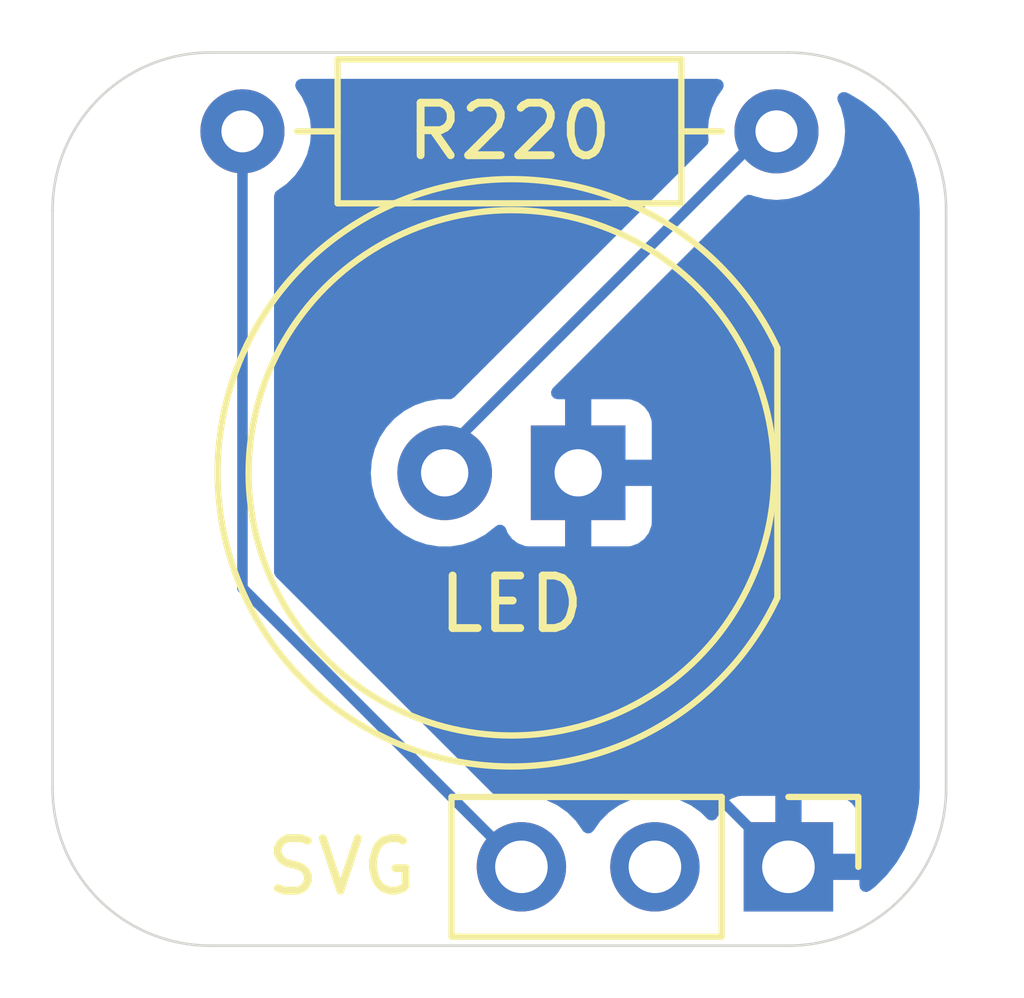
<source format=kicad_pcb>
(kicad_pcb (version 20240108) (generator "pcbnew") (generator_version "8.0")
  (layers (0 "F.Cu" signal) (31 "B.Cu" signal) (34 "B.Paste" user) (35 "F.Paste" user) (36 "B.SilkS" user "B.Silkscreen") (37 "F.SilkS" user "F.Silkscreen") (38 "B.Mask" user) (39 "F.Mask" user) (44 "Edge.Cuts" user))
  (net 0 "")
  (net 1 "/GND")
  (net 2 "/LED")
  (net 4 "/SIGNAL")
  (footprint "Resistor_THT:R_Axial_DIN0207_L6.3mm_D2.5mm_P10.16mm_Horizontal" (layer "F.Cu") (at 110.772733 48.5 180)
    (property "Reference" "R220" (at 5.08 0 180) (layer "F.SilkS"))
    (property "Value" "220")
    (fp_line (start 9.12 0) (end 8.35 0) (stroke (width 0.12)) (layer "F.SilkS"))
    (fp_line (start 8.35 1.37) (end 8.35 -1.37) (stroke (width 0.12)) (layer "F.SilkS"))
    (fp_line (start 8.35 -1.37) (end 1.81 -1.37) (stroke (width 0.12)) (layer "F.SilkS"))
    (fp_line (start 1.81 1.37) (end 8.35 1.37) (stroke (width 0.12)) (layer "F.SilkS"))
    (fp_line (start 1.81 -1.37) (end 1.81 1.37) (stroke (width 0.12)) (layer "F.SilkS"))
    (fp_line (start 1.04 0) (end 1.81 0) (stroke (width 0.12)) (layer "F.SilkS"))
    (pad "1" thru_hole circle (at 0 0 180) (size 1.6 1.6) (drill 0.8) (layers "*.Cu" "*.Mask") (net 2 "/LED"))
    (pad "2" thru_hole oval (at 10.16 0 180) (size 1.6 1.6) (drill 0.8) (layers "*.Cu" "*.Mask") (net 4 "/SIGNAL"))
  )
  (footprint "LED_THT:LED_D10.0mm" (layer "F.Cu") (at 107 55 180)
    (property "Reference" "LED" (at 1.27 -2.5 180) (layer "F.SilkS"))
    (property "Value" "LED")
    (fp_line (start -3.79 -2.376) (end -3.79 2.376) (stroke (width 0.12)) (layer "F.SilkS"))
    (fp_arc (start 6.859998 0.004741) (mid 2.484794 5.456407) (end -3.79 2.375816) (stroke (width 0.12)) (layer "F.SilkS"))
    (fp_arc (start -3.79 -2.375816) (mid 2.484794 -5.456407) (end 6.859998 -0.004741) (stroke (width 0.12)) (layer "F.SilkS"))
    (fp_circle (center 1.27 0) (end 6.27 0) (stroke (width 0.12)) (fill none) (layer "F.SilkS"))
    (pad "1" thru_hole rect (at 0 0 180) (size 1.8 1.8) (drill 0.9) (layers "*.Cu" "*.Mask") (net 1 "/GND"))
    (pad "2" thru_hole circle (at 2.54 0 180) (size 1.8 1.8) (drill 0.9) (layers "*.Cu" "*.Mask") (net 2 "/LED"))
  )
  (footprint "Connector_PinHeader_2.54mm:PinHeader_1x03_P2.54mm_Vertical" (layer "F.Cu") (at 111 62.5 -90)
    (property "Reference" "SVG" (at 0 8.5 0) (layer "F.SilkS"))
    (property "Value" "Conn_01x03_Pin")
    (fp_line (start -1.33 6.41) (end 1.33 6.41) (stroke (width 0.12)) (layer "F.SilkS"))
    (fp_line (start -1.33 1.27) (end -1.33 6.41) (stroke (width 0.12)) (layer "F.SilkS"))
    (fp_line (start -1.33 1.27) (end 1.33 1.27) (stroke (width 0.12)) (layer "F.SilkS"))
    (fp_line (start 1.33 1.27) (end 1.33 6.41) (stroke (width 0.12)) (layer "F.SilkS"))
    (fp_line (start -1.33 0) (end -1.33 -1.33) (stroke (width 0.12)) (layer "F.SilkS"))
    (fp_line (start -1.33 -1.33) (end 0 -1.33) (stroke (width 0.12)) (layer "F.SilkS"))
    (pad "1" thru_hole rect (at 0 0 270) (size 1.7 1.7) (drill 1) (layers "*.Cu" "*.Mask") (net 1 "/GND"))
    (pad "2" thru_hole oval (at 0 2.54 270) (size 1.7 1.7) (drill 1) (layers "*.Cu" "*.Mask"))
    (pad "3" thru_hole oval (at 0 5.08 270) (size 1.7 1.7) (drill 1) (layers "*.Cu" "*.Mask") (net 4 "/SIGNAL"))
  )
  (gr_arc (start 100 64) (mid 97.87868 63.12132) (end 97 61) (stroke (width 0.05)) (layer "Edge.Cuts"))
  (gr_line (start 100 47) (end 111 47) (stroke (width 0.05)) (layer "Edge.Cuts"))
  (gr_line (start 114 50) (end 114 61) (stroke (width 0.05)) (layer "Edge.Cuts"))
  (gr_arc (start 97 50) (mid 97.87868 47.87868) (end 100 47) (stroke (width 0.05)) (layer "Edge.Cuts"))
  (gr_arc (start 111 47) (mid 113.12132 47.87868) (end 114 50) (stroke (width 0.05)) (layer "Edge.Cuts"))
  (gr_line (start 111 64) (end 100 64) (stroke (width 0.05)) (layer "Edge.Cuts"))
  (gr_arc (start 114 61) (mid 113.12132 63.12132) (end 111 64) (stroke (width 0.05)) (layer "Edge.Cuts"))
  (gr_line (start 97 50) (end 97 61) (stroke (width 0.05)) (layer "Edge.Cuts"))
  (segment (start 107 55) (end 107 58.5) (width 0.2) (layer "B.Cu") (net 1))
  (segment (start 107 58.5) (end 111 62.5) (width 0.2) (layer "B.Cu") (net 1))
  (segment (start 110.772733 48.28366) (end 104.46 54.596393) (width 0.2) (layer "B.Cu") (net 2))
  (segment (start 104.46 54.596393) (end 104.46 55) (width 0.2) (layer "B.Cu") (net 2))
  (segment (start 100.612733 57.192733) (end 100.612733 48.28366) (width 0.2) (layer "B.Cu") (net 4))
  (segment (start 105.92 62.5) (end 100.612733 57.192733) (width 0.2) (layer "B.Cu") (net 4))
  (zone (net 1) (net_name "/GND") (layer "B.Cu") (connect_pads (clearance 0.5)) (min_thickness 0.25) (fill yes (thermal_gap 0.5) (thermal_bridge_width 0.5))
    (polygon (pts (xy 115 46) (xy 96.5 46) (xy 96 65) (xy 115.5 65)))
  )
)
</source>
